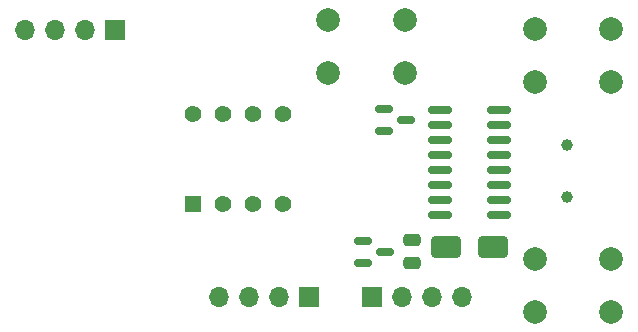
<source format=gbr>
%TF.GenerationSoftware,KiCad,Pcbnew,8.0.4*%
%TF.CreationDate,2025-01-11T15:27:39+03:00*%
%TF.ProjectId,IoT Project,496f5420-5072-46f6-9a65-63742e6b6963,rev?*%
%TF.SameCoordinates,Original*%
%TF.FileFunction,Soldermask,Bot*%
%TF.FilePolarity,Negative*%
%FSLAX46Y46*%
G04 Gerber Fmt 4.6, Leading zero omitted, Abs format (unit mm)*
G04 Created by KiCad (PCBNEW 8.0.4) date 2025-01-11 15:27:39*
%MOMM*%
%LPD*%
G01*
G04 APERTURE LIST*
G04 Aperture macros list*
%AMRoundRect*
0 Rectangle with rounded corners*
0 $1 Rounding radius*
0 $2 $3 $4 $5 $6 $7 $8 $9 X,Y pos of 4 corners*
0 Add a 4 corners polygon primitive as box body*
4,1,4,$2,$3,$4,$5,$6,$7,$8,$9,$2,$3,0*
0 Add four circle primitives for the rounded corners*
1,1,$1+$1,$2,$3*
1,1,$1+$1,$4,$5*
1,1,$1+$1,$6,$7*
1,1,$1+$1,$8,$9*
0 Add four rect primitives between the rounded corners*
20,1,$1+$1,$2,$3,$4,$5,0*
20,1,$1+$1,$4,$5,$6,$7,0*
20,1,$1+$1,$6,$7,$8,$9,0*
20,1,$1+$1,$8,$9,$2,$3,0*%
G04 Aperture macros list end*
%ADD10C,2.000000*%
%ADD11R,1.700000X1.700000*%
%ADD12O,1.700000X1.700000*%
%ADD13RoundRect,0.102000X0.610000X-0.610000X0.610000X0.610000X-0.610000X0.610000X-0.610000X-0.610000X0*%
%ADD14C,1.424000*%
%ADD15C,1.000000*%
%ADD16RoundRect,0.150000X0.825000X0.150000X-0.825000X0.150000X-0.825000X-0.150000X0.825000X-0.150000X0*%
%ADD17RoundRect,0.250000X-0.475000X0.250000X-0.475000X-0.250000X0.475000X-0.250000X0.475000X0.250000X0*%
%ADD18RoundRect,0.150000X-0.587500X-0.150000X0.587500X-0.150000X0.587500X0.150000X-0.587500X0.150000X0*%
%ADD19RoundRect,0.250000X-1.000000X-0.650000X1.000000X-0.650000X1.000000X0.650000X-1.000000X0.650000X0*%
G04 APERTURE END LIST*
D10*
%TO.C,SW3*%
X130000000Y-57750000D03*
X136500000Y-57750000D03*
X130000000Y-62250000D03*
X136500000Y-62250000D03*
%TD*%
D11*
%TO.C,J3*%
X128400000Y-81225000D03*
D12*
X125860000Y-81225000D03*
X123320000Y-81225000D03*
X120780000Y-81225000D03*
%TD*%
D10*
%TO.C,SW1*%
X154000000Y-63000000D03*
X147500000Y-63000000D03*
X154000000Y-58500000D03*
X147500000Y-58500000D03*
%TD*%
D13*
%TO.C,U4*%
X118572500Y-73300000D03*
D14*
X121112500Y-73300000D03*
X123652500Y-73300000D03*
X126192500Y-73300000D03*
X126192500Y-65670000D03*
X123652500Y-65670000D03*
X121112500Y-65670000D03*
X118572500Y-65670000D03*
%TD*%
D11*
%TO.C,J4*%
X133720000Y-81200000D03*
D12*
X136260000Y-81200000D03*
X138800000Y-81200000D03*
X141340000Y-81200000D03*
%TD*%
D10*
%TO.C,SW2*%
X147500000Y-78000000D03*
X154000000Y-78000000D03*
X147500000Y-82500000D03*
X154000000Y-82500000D03*
%TD*%
D11*
%TO.C,J2*%
X112000000Y-58625000D03*
D12*
X109460000Y-58625000D03*
X106920000Y-58625000D03*
X104380000Y-58625000D03*
%TD*%
D15*
%TO.C,J1*%
X150250000Y-72700000D03*
X150250000Y-68300000D03*
%TD*%
D16*
%TO.C,U2*%
X144475000Y-65400000D03*
X144475000Y-66670000D03*
X144475000Y-67940000D03*
X144475000Y-69210000D03*
X144475000Y-70480000D03*
X144475000Y-71750000D03*
X144475000Y-73020000D03*
X144475000Y-74290000D03*
X139525000Y-74290000D03*
X139525000Y-73020000D03*
X139525000Y-71750000D03*
X139525000Y-70480000D03*
X139525000Y-69210000D03*
X139525000Y-67940000D03*
X139525000Y-66670000D03*
X139525000Y-65400000D03*
%TD*%
D17*
%TO.C,C3*%
X137100000Y-76400000D03*
X137100000Y-78300000D03*
%TD*%
D18*
%TO.C,Q1*%
X134725000Y-67150000D03*
X134725000Y-65250000D03*
X136600000Y-66200000D03*
%TD*%
%TO.C,Q2*%
X133000000Y-78350000D03*
X133000000Y-76450000D03*
X134875000Y-77400000D03*
%TD*%
D19*
%TO.C,D2*%
X140000000Y-77000000D03*
X144000000Y-77000000D03*
%TD*%
M02*

</source>
